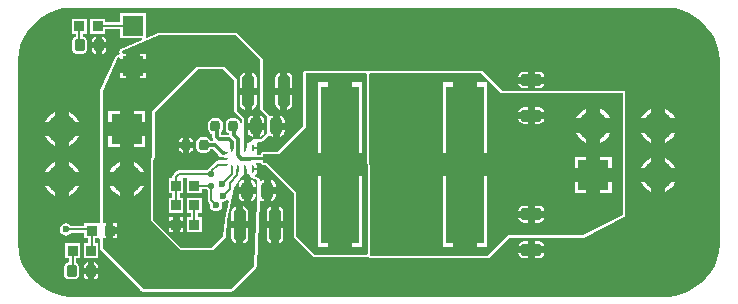
<source format=gtl>
G04*
G04 #@! TF.GenerationSoftware,Altium Limited,Altium Designer,19.1.6 (110)*
G04*
G04 Layer_Physical_Order=1*
G04 Layer_Color=255*
%FSLAX43Y43*%
%MOMM*%
G71*
G01*
G75*
%ADD10C,0.200*%
G04:AMPARAMS|DCode=31|XSize=1.8mm|YSize=1mm|CornerRadius=0.25mm|HoleSize=0mm|Usage=FLASHONLY|Rotation=0.000|XOffset=0mm|YOffset=0mm|HoleType=Round|Shape=RoundedRectangle|*
%AMROUNDEDRECTD31*
21,1,1.800,0.500,0,0,0.0*
21,1,1.300,1.000,0,0,0.0*
1,1,0.500,0.650,-0.250*
1,1,0.500,-0.650,-0.250*
1,1,0.500,-0.650,0.250*
1,1,0.500,0.650,0.250*
%
%ADD31ROUNDEDRECTD31*%
%ADD32R,1.800X1.700*%
G04:AMPARAMS|DCode=33|XSize=2.7mm|YSize=1mm|CornerRadius=0.25mm|HoleSize=0mm|Usage=FLASHONLY|Rotation=90.000|XOffset=0mm|YOffset=0mm|HoleType=Round|Shape=RoundedRectangle|*
%AMROUNDEDRECTD33*
21,1,2.700,0.500,0,0,90.0*
21,1,2.200,1.000,0,0,90.0*
1,1,0.500,0.250,1.100*
1,1,0.500,0.250,-1.100*
1,1,0.500,-0.250,-1.100*
1,1,0.500,-0.250,1.100*
%
%ADD33ROUNDEDRECTD33*%
G04:AMPARAMS|DCode=34|XSize=1.4mm|YSize=1mm|CornerRadius=0.25mm|HoleSize=0mm|Usage=FLASHONLY|Rotation=90.000|XOffset=0mm|YOffset=0mm|HoleType=Round|Shape=RoundedRectangle|*
%AMROUNDEDRECTD34*
21,1,1.400,0.500,0,0,90.0*
21,1,0.900,1.000,0,0,90.0*
1,1,0.500,0.250,0.450*
1,1,0.500,0.250,-0.450*
1,1,0.500,-0.250,-0.450*
1,1,0.500,-0.250,0.450*
%
%ADD34ROUNDEDRECTD34*%
G04:AMPARAMS|DCode=35|XSize=0.25mm|YSize=1.825mm|CornerRadius=0.063mm|HoleSize=0mm|Usage=FLASHONLY|Rotation=270.000|XOffset=0mm|YOffset=0mm|HoleType=Round|Shape=RoundedRectangle|*
%AMROUNDEDRECTD35*
21,1,0.250,1.700,0,0,270.0*
21,1,0.125,1.825,0,0,270.0*
1,1,0.125,-0.850,-0.063*
1,1,0.125,-0.850,0.063*
1,1,0.125,0.850,0.063*
1,1,0.125,0.850,-0.063*
%
%ADD35ROUNDEDRECTD35*%
G04:AMPARAMS|DCode=36|XSize=0.25mm|YSize=0.6mm|CornerRadius=0.063mm|HoleSize=0mm|Usage=FLASHONLY|Rotation=0.000|XOffset=0mm|YOffset=0mm|HoleType=Round|Shape=RoundedRectangle|*
%AMROUNDEDRECTD36*
21,1,0.250,0.475,0,0,0.0*
21,1,0.125,0.600,0,0,0.0*
1,1,0.125,0.063,-0.238*
1,1,0.125,-0.063,-0.238*
1,1,0.125,-0.063,0.238*
1,1,0.125,0.063,0.238*
%
%ADD36ROUNDEDRECTD36*%
G04:AMPARAMS|DCode=37|XSize=0.25mm|YSize=0.6mm|CornerRadius=0.063mm|HoleSize=0mm|Usage=FLASHONLY|Rotation=270.000|XOffset=0mm|YOffset=0mm|HoleType=Round|Shape=RoundedRectangle|*
%AMROUNDEDRECTD37*
21,1,0.250,0.475,0,0,270.0*
21,1,0.125,0.600,0,0,270.0*
1,1,0.125,-0.238,-0.063*
1,1,0.125,-0.238,0.063*
1,1,0.125,0.238,0.063*
1,1,0.125,0.238,-0.063*
%
%ADD37ROUNDEDRECTD37*%
%ADD38R,0.250X0.600*%
G04:AMPARAMS|DCode=39|XSize=0.5mm|YSize=0.5mm|CornerRadius=0.125mm|HoleSize=0mm|Usage=FLASHONLY|Rotation=0.000|XOffset=0mm|YOffset=0mm|HoleType=Round|Shape=RoundedRectangle|*
%AMROUNDEDRECTD39*
21,1,0.500,0.250,0,0,0.0*
21,1,0.250,0.500,0,0,0.0*
1,1,0.250,0.125,-0.125*
1,1,0.250,-0.125,-0.125*
1,1,0.250,-0.125,0.125*
1,1,0.250,0.125,0.125*
%
%ADD39ROUNDEDRECTD39*%
%ADD40R,0.850X0.900*%
G04:AMPARAMS|DCode=41|XSize=0.8mm|YSize=1mm|CornerRadius=0.1mm|HoleSize=0mm|Usage=FLASHONLY|Rotation=0.000|XOffset=0mm|YOffset=0mm|HoleType=Round|Shape=RoundedRectangle|*
%AMROUNDEDRECTD41*
21,1,0.800,0.800,0,0,0.0*
21,1,0.600,1.000,0,0,0.0*
1,1,0.200,0.300,-0.400*
1,1,0.200,-0.300,-0.400*
1,1,0.200,-0.300,0.400*
1,1,0.200,0.300,0.400*
%
%ADD41ROUNDEDRECTD41*%
G04:AMPARAMS|DCode=42|XSize=0.9mm|YSize=0.8mm|CornerRadius=0.2mm|HoleSize=0mm|Usage=FLASHONLY|Rotation=270.000|XOffset=0mm|YOffset=0mm|HoleType=Round|Shape=RoundedRectangle|*
%AMROUNDEDRECTD42*
21,1,0.900,0.400,0,0,270.0*
21,1,0.500,0.800,0,0,270.0*
1,1,0.400,-0.200,-0.250*
1,1,0.400,-0.200,0.250*
1,1,0.400,0.200,0.250*
1,1,0.400,0.200,-0.250*
%
%ADD42ROUNDEDRECTD42*%
%ADD43R,3.180X13.300*%
%ADD44C,0.300*%
%ADD45C,2.500*%
%ADD46R,2.500X2.500*%
%ADD47C,0.600*%
G36*
X55928Y24664D02*
X56529Y24503D01*
X57103Y24265D01*
X57642Y23954D01*
X58135Y23575D01*
X58575Y23135D01*
X58954Y22642D01*
X59265Y22103D01*
X59503Y21529D01*
X59664Y20928D01*
X59745Y20311D01*
Y20000D01*
Y5000D01*
Y4689D01*
X59664Y4072D01*
X59503Y3471D01*
X59265Y2897D01*
X58954Y2358D01*
X58575Y1865D01*
X58135Y1425D01*
X57642Y1046D01*
X57103Y735D01*
X56529Y497D01*
X55928Y336D01*
X55311Y255D01*
X4689D01*
X4072Y336D01*
X3471Y497D01*
X2897Y735D01*
X2358Y1046D01*
X1865Y1425D01*
X1425Y1865D01*
X1046Y2358D01*
X735Y2897D01*
X497Y3471D01*
X336Y4072D01*
X255Y4689D01*
Y5000D01*
Y20000D01*
Y20311D01*
X336Y20928D01*
X497Y21529D01*
X735Y22103D01*
X1046Y22642D01*
X1425Y23135D01*
X1865Y23575D01*
X2358Y23954D01*
X2897Y24265D01*
X3471Y24503D01*
X4072Y24664D01*
X4689Y24745D01*
X55311D01*
X55928Y24664D01*
D02*
G37*
%LPC*%
G36*
X11100Y24250D02*
X8900D01*
Y23506D01*
X7650D01*
Y23800D01*
X6400D01*
Y22500D01*
X7650D01*
Y22894D01*
X8900D01*
Y22150D01*
X10803D01*
X10830Y22023D01*
X8994Y21220D01*
X8989Y21217D01*
X8983Y21215D01*
X8957Y21194D01*
X8929Y21175D01*
X8926Y21169D01*
X8921Y21166D01*
X8904Y21136D01*
X8886Y21108D01*
X8885Y21101D01*
X8882Y21096D01*
X8864Y21040D01*
X8862Y21024D01*
X8856Y21009D01*
X8857Y20985D01*
X8854Y20961D01*
X8859Y20945D01*
X8859Y20929D01*
X8870Y20907D01*
X8876Y20884D01*
X8886Y20872D01*
X8893Y20857D01*
X8834Y20750D01*
X8784Y20720D01*
X8762Y20716D01*
X8740Y20717D01*
X8723Y20710D01*
X8706Y20707D01*
X8687Y20696D01*
X8666Y20688D01*
X8653Y20675D01*
X8638Y20666D01*
X8625Y20648D01*
X8609Y20633D01*
X8602Y20616D01*
X8591Y20601D01*
X7265Y17736D01*
X7264Y17732D01*
X7262Y17728D01*
X7255Y17693D01*
X7246Y17658D01*
X7247Y17654D01*
X7246Y17650D01*
X7246Y11950D01*
Y6575D01*
X7165Y6512D01*
X7150Y6500D01*
X7119Y6500D01*
Y6500D01*
X5900D01*
Y6256D01*
X4747D01*
X4710Y6310D01*
X4545Y6421D01*
X4350Y6460D01*
X4155Y6421D01*
X3990Y6310D01*
X3879Y6145D01*
X3840Y5950D01*
X3879Y5755D01*
X3990Y5590D01*
X4155Y5479D01*
X4350Y5440D01*
X4545Y5479D01*
X4710Y5590D01*
X4747Y5644D01*
X5900D01*
Y5200D01*
X6219D01*
Y4800D01*
X5850D01*
Y3500D01*
X7100D01*
Y4800D01*
X6831D01*
Y5200D01*
X7119D01*
Y5200D01*
X7150Y5200D01*
X7165Y5189D01*
X7246Y5125D01*
Y4350D01*
X7262Y4272D01*
X7306Y4206D01*
X7306Y4206D01*
X10655Y857D01*
X10662Y822D01*
X10706Y756D01*
X10772Y712D01*
X10850Y696D01*
X18350D01*
X18428Y712D01*
X18494Y756D01*
X18494Y756D01*
X20444Y2706D01*
X20464Y2735D01*
X20485Y2764D01*
X20486Y2768D01*
X20488Y2772D01*
X20495Y2807D01*
X20504Y2841D01*
X20753Y8373D01*
X20805Y8416D01*
X20881Y8439D01*
X20974Y8376D01*
X21100Y8351D01*
Y9250D01*
Y10149D01*
X20974Y10124D01*
X20881Y10061D01*
X20754Y10128D01*
Y10150D01*
X20747Y10187D01*
X20740Y10224D01*
X20739Y10226D01*
X20738Y10228D01*
X20718Y10259D01*
X20697Y10291D01*
X20695Y10292D01*
X20694Y10294D01*
X20663Y10315D01*
X20632Y10337D01*
X20630Y10337D01*
X20628Y10338D01*
X20591Y10346D01*
X20554Y10354D01*
X20534Y10354D01*
X20360Y10435D01*
X20364Y10532D01*
X20371Y10570D01*
X20452Y10623D01*
X20510Y10710D01*
X20530Y10812D01*
Y10950D01*
X20200D01*
Y11150D01*
X20530D01*
Y11288D01*
X20510Y11390D01*
X20452Y11477D01*
X20428Y11493D01*
X20466Y11620D01*
X20789D01*
X20817Y11625D01*
X20840Y11559D01*
X20857Y11532D01*
X20871Y11503D01*
X20892Y11476D01*
X20902Y11467D01*
X20910Y11456D01*
X20932Y11441D01*
X20952Y11423D01*
X20965Y11419D01*
X20976Y11412D01*
X21002Y11406D01*
X21027Y11398D01*
X21041Y11399D01*
X21054Y11396D01*
X21266D01*
X23646Y9016D01*
Y5350D01*
X23662Y5272D01*
X23706Y5206D01*
X25256Y3656D01*
X25322Y3612D01*
X25400Y3596D01*
X29769D01*
X29769Y3596D01*
X29769Y3596D01*
X29809Y3604D01*
X29847Y3612D01*
X29847Y3612D01*
X29847Y3612D01*
X29930Y3645D01*
X29934Y3643D01*
X30024Y3587D01*
X30056Y3556D01*
X30122Y3512D01*
X30200Y3496D01*
X40000D01*
X40078Y3512D01*
X40144Y3556D01*
X41834Y5246D01*
X48150D01*
X48159Y5248D01*
X48168Y5247D01*
X48198Y5256D01*
X48228Y5262D01*
X48236Y5267D01*
X48244Y5269D01*
X51594Y7019D01*
X51618Y7039D01*
X51644Y7056D01*
X51649Y7063D01*
X51656Y7069D01*
X51671Y7096D01*
X51688Y7122D01*
X51690Y7131D01*
X51695Y7139D01*
X51698Y7170D01*
X51704Y7200D01*
X51704Y17500D01*
X51688Y17578D01*
X51644Y17644D01*
X51578Y17688D01*
X51500Y17704D01*
X41284D01*
X39644Y19344D01*
X39578Y19388D01*
X39500Y19404D01*
X30177D01*
X30147Y19398D01*
X30116Y19394D01*
X30108Y19390D01*
X30099Y19388D01*
X30073Y19371D01*
X30046Y19356D01*
X29971Y19293D01*
X29949Y19295D01*
X29908Y19334D01*
X29884Y19349D01*
X29861Y19367D01*
X29833Y19381D01*
X29825Y19384D01*
X29818Y19388D01*
X29787Y19395D01*
X29757Y19403D01*
X29749Y19402D01*
X29740Y19404D01*
X24650D01*
X24572Y19388D01*
X24506Y19344D01*
X24462Y19278D01*
X24446Y19200D01*
Y14684D01*
X22266Y12504D01*
X21054D01*
X21041Y12501D01*
X21027Y12502D01*
X21002Y12494D01*
X20976Y12488D01*
X20965Y12481D01*
X20952Y12477D01*
X20932Y12459D01*
X20910Y12444D01*
X20902Y12433D01*
X20892Y12424D01*
X20871Y12397D01*
X20857Y12368D01*
X20841Y12341D01*
X20817Y12275D01*
X20789Y12280D01*
X20623D01*
X20525Y12350D01*
Y12750D01*
X20200D01*
Y12950D01*
X20525D01*
Y13269D01*
X20633Y13396D01*
X20900D01*
X20978Y13412D01*
X21044Y13456D01*
X21459Y13871D01*
X21525Y13902D01*
X21634Y13887D01*
X21724Y13826D01*
X21850Y13801D01*
Y14700D01*
Y15599D01*
X21724Y15574D01*
X21681Y15545D01*
X21657Y15546D01*
X21543Y15605D01*
X21538Y15628D01*
X21494Y15694D01*
X21494Y15694D01*
X21004Y16184D01*
X21004Y20350D01*
X21004Y20350D01*
X20988Y20428D01*
X20944Y20494D01*
X18894Y22544D01*
X18828Y22588D01*
X18750Y22604D01*
X12200Y22604D01*
X12198Y22604D01*
X12196Y22604D01*
X12159Y22596D01*
X12122Y22588D01*
X12120Y22587D01*
X12118Y22587D01*
X11227Y22197D01*
X11100Y22280D01*
Y24250D01*
D02*
G37*
G36*
X7450Y22256D02*
X7415D01*
Y21815D01*
X7756D01*
Y21950D01*
X7733Y22067D01*
X7666Y22166D01*
X7567Y22233D01*
X7450Y22256D01*
D02*
G37*
G36*
X6885D02*
X6850D01*
X6733Y22233D01*
X6634Y22166D01*
X6567Y22067D01*
X6544Y21950D01*
Y21815D01*
X6885D01*
Y22256D01*
D02*
G37*
G36*
X7756Y21285D02*
X7415D01*
Y20844D01*
X7450D01*
X7567Y20867D01*
X7666Y20934D01*
X7733Y21033D01*
X7756Y21150D01*
Y21285D01*
D02*
G37*
G36*
X6885D02*
X6544D01*
Y21150D01*
X6567Y21033D01*
X6634Y20934D01*
X6733Y20867D01*
X6850Y20844D01*
X6885D01*
Y21285D01*
D02*
G37*
G36*
X6100Y23800D02*
X4850D01*
Y22500D01*
X5169D01*
Y22250D01*
X5083Y22233D01*
X4984Y22166D01*
X4917Y22067D01*
X4894Y21950D01*
Y21150D01*
X4917Y21033D01*
X4984Y20934D01*
X5083Y20867D01*
X5200Y20844D01*
X5800D01*
X5917Y20867D01*
X6016Y20934D01*
X6083Y21033D01*
X6106Y21150D01*
Y21950D01*
X6083Y22067D01*
X6016Y22166D01*
X5917Y22233D01*
X5800Y22256D01*
X5781D01*
Y22500D01*
X6100D01*
Y23800D01*
D02*
G37*
G36*
X44400Y19309D02*
X44050D01*
Y18900D01*
X44849D01*
X44824Y19026D01*
X44724Y19174D01*
X44576Y19274D01*
X44400Y19309D01*
D02*
G37*
G36*
X43450D02*
X43100D01*
X42924Y19274D01*
X42776Y19174D01*
X42676Y19026D01*
X42651Y18900D01*
X43450D01*
Y19309D01*
D02*
G37*
G36*
X23100Y19199D02*
Y17950D01*
X23509D01*
Y18750D01*
X23474Y18926D01*
X23374Y19074D01*
X23226Y19174D01*
X23100Y19199D01*
D02*
G37*
G36*
X22500D02*
X22374Y19174D01*
X22226Y19074D01*
X22126Y18926D01*
X22091Y18750D01*
Y17950D01*
X22500D01*
Y19199D01*
D02*
G37*
G36*
X44849Y18300D02*
X44050D01*
Y17891D01*
X44400D01*
X44576Y17926D01*
X44724Y18026D01*
X44824Y18174D01*
X44849Y18300D01*
D02*
G37*
G36*
X43450D02*
X42651D01*
X42676Y18174D01*
X42776Y18026D01*
X42924Y17926D01*
X43100Y17891D01*
X43450D01*
Y18300D01*
D02*
G37*
G36*
X23509Y17350D02*
X23100D01*
Y16101D01*
X23226Y16126D01*
X23374Y16226D01*
X23474Y16374D01*
X23509Y16550D01*
Y17350D01*
D02*
G37*
G36*
X22500D02*
X22091D01*
Y16550D01*
X22126Y16374D01*
X22226Y16226D01*
X22374Y16126D01*
X22500Y16101D01*
Y17350D01*
D02*
G37*
G36*
X55100Y16187D02*
Y15350D01*
X55937D01*
X55795Y15615D01*
X55601Y15851D01*
X55365Y16045D01*
X55100Y16187D01*
D02*
G37*
G36*
X53900Y16187D02*
X53635Y16045D01*
X53399Y15851D01*
X53205Y15615D01*
X53063Y15350D01*
X53900D01*
Y16187D01*
D02*
G37*
G36*
X4600Y15887D02*
Y15050D01*
X5437D01*
X5295Y15315D01*
X5101Y15551D01*
X4865Y15745D01*
X4600Y15887D01*
D02*
G37*
G36*
X3400Y15887D02*
X3135Y15745D01*
X2899Y15551D01*
X2705Y15315D01*
X2563Y15050D01*
X3400D01*
Y15887D01*
D02*
G37*
G36*
X22450Y15599D02*
Y15000D01*
X22859D01*
Y15150D01*
X22824Y15326D01*
X22724Y15474D01*
X22576Y15574D01*
X22450Y15599D01*
D02*
G37*
G36*
X22859Y14400D02*
X22450D01*
Y13801D01*
X22576Y13826D01*
X22724Y13926D01*
X22824Y14074D01*
X22859Y14250D01*
Y14400D01*
D02*
G37*
G36*
X55937Y14150D02*
X55100D01*
Y13313D01*
X55365Y13455D01*
X55601Y13649D01*
X55795Y13885D01*
X55937Y14150D01*
D02*
G37*
G36*
X53900D02*
X53063D01*
X53205Y13885D01*
X53399Y13649D01*
X53635Y13455D01*
X53900Y13313D01*
Y14150D01*
D02*
G37*
G36*
X5437Y13850D02*
X4600D01*
Y13013D01*
X4865Y13155D01*
X5101Y13349D01*
X5295Y13585D01*
X5437Y13850D01*
D02*
G37*
G36*
X3400D02*
X2563D01*
X2705Y13585D01*
X2899Y13349D01*
X3135Y13155D01*
X3400Y13013D01*
Y13850D01*
D02*
G37*
G36*
X55100Y11987D02*
Y11150D01*
X55937D01*
X55795Y11415D01*
X55601Y11651D01*
X55365Y11845D01*
X55100Y11987D01*
D02*
G37*
G36*
X53900Y11987D02*
X53635Y11845D01*
X53399Y11651D01*
X53205Y11415D01*
X53063Y11150D01*
X53900D01*
Y11987D01*
D02*
G37*
G36*
X4600Y11687D02*
Y10850D01*
X5437D01*
X5295Y11115D01*
X5101Y11351D01*
X4865Y11545D01*
X4600Y11687D01*
D02*
G37*
G36*
X3400Y11687D02*
X3135Y11545D01*
X2899Y11351D01*
X2705Y11115D01*
X2563Y10850D01*
X3400D01*
Y11687D01*
D02*
G37*
G36*
X21700Y10149D02*
Y9550D01*
X22109D01*
Y9700D01*
X22074Y9876D01*
X21974Y10024D01*
X21826Y10124D01*
X21700Y10149D01*
D02*
G37*
G36*
X55937Y9950D02*
X55100D01*
Y9113D01*
X55365Y9255D01*
X55601Y9449D01*
X55795Y9685D01*
X55937Y9950D01*
D02*
G37*
G36*
X53900D02*
X53063D01*
X53205Y9685D01*
X53399Y9449D01*
X53635Y9255D01*
X53900Y9113D01*
Y9950D01*
D02*
G37*
G36*
X5437Y9650D02*
X4600D01*
Y8813D01*
X4865Y8955D01*
X5101Y9149D01*
X5295Y9385D01*
X5437Y9650D01*
D02*
G37*
G36*
X3400D02*
X2563D01*
X2705Y9385D01*
X2899Y9149D01*
X3135Y8955D01*
X3400Y8813D01*
Y9650D01*
D02*
G37*
G36*
X22109Y8950D02*
X21700D01*
Y8351D01*
X21826Y8376D01*
X21974Y8476D01*
X22074Y8624D01*
X22109Y8800D01*
Y8950D01*
D02*
G37*
G36*
X22350Y7899D02*
Y6650D01*
X22759D01*
Y7450D01*
X22724Y7626D01*
X22624Y7774D01*
X22476Y7874D01*
X22350Y7899D01*
D02*
G37*
G36*
X21750D02*
X21624Y7874D01*
X21476Y7774D01*
X21376Y7626D01*
X21341Y7450D01*
Y6650D01*
X21750D01*
Y7899D01*
D02*
G37*
G36*
X22759Y6050D02*
X22350D01*
Y4801D01*
X22476Y4826D01*
X22624Y4926D01*
X22724Y5074D01*
X22759Y5250D01*
Y6050D01*
D02*
G37*
G36*
X21750D02*
X21341D01*
Y5250D01*
X21376Y5074D01*
X21476Y4926D01*
X21624Y4826D01*
X21750Y4801D01*
Y6050D01*
D02*
G37*
G36*
X44400Y4959D02*
X44050D01*
Y4550D01*
X44849D01*
X44824Y4676D01*
X44724Y4824D01*
X44576Y4924D01*
X44400Y4959D01*
D02*
G37*
G36*
X43450D02*
X43100D01*
X42924Y4924D01*
X42776Y4824D01*
X42676Y4676D01*
X42651Y4550D01*
X43450D01*
Y4959D01*
D02*
G37*
G36*
X44849Y3950D02*
X44050D01*
Y3541D01*
X44400D01*
X44576Y3576D01*
X44724Y3676D01*
X44824Y3824D01*
X44849Y3950D01*
D02*
G37*
G36*
X43450D02*
X42651D01*
X42676Y3824D01*
X42776Y3676D01*
X42924Y3576D01*
X43100Y3541D01*
X43450D01*
Y3950D01*
D02*
G37*
G36*
X6775Y3156D02*
X6740D01*
Y2715D01*
X7081D01*
Y2850D01*
X7058Y2967D01*
X6991Y3066D01*
X6892Y3133D01*
X6775Y3156D01*
D02*
G37*
G36*
X6210D02*
X6175D01*
X6058Y3133D01*
X5959Y3066D01*
X5892Y2967D01*
X5869Y2850D01*
Y2715D01*
X6210D01*
Y3156D01*
D02*
G37*
G36*
X7081Y2185D02*
X6740D01*
Y1744D01*
X6775D01*
X6892Y1767D01*
X6991Y1834D01*
X7058Y1933D01*
X7081Y2050D01*
Y2185D01*
D02*
G37*
G36*
X6210D02*
X5869D01*
Y2050D01*
X5892Y1933D01*
X5959Y1834D01*
X6058Y1767D01*
X6175Y1744D01*
X6210D01*
Y2185D01*
D02*
G37*
G36*
X5550Y4800D02*
X4300D01*
Y3500D01*
X4619D01*
Y3156D01*
X4525D01*
X4408Y3133D01*
X4309Y3066D01*
X4242Y2967D01*
X4219Y2850D01*
Y2050D01*
X4242Y1933D01*
X4309Y1834D01*
X4408Y1767D01*
X4525Y1744D01*
X5125D01*
X5242Y1767D01*
X5341Y1834D01*
X5408Y1933D01*
X5431Y2050D01*
Y2850D01*
X5408Y2967D01*
X5341Y3066D01*
X5242Y3133D01*
X5231Y3135D01*
Y3500D01*
X5550D01*
Y4800D01*
D02*
G37*
%LPD*%
G36*
X18750Y22400D02*
X20800Y20350D01*
X20800Y16100D01*
X21350Y15550D01*
X21350Y14050D01*
X20900Y13600D01*
X20200Y13600D01*
X19987Y13387D01*
X19875Y13350D01*
X19748Y13313D01*
X19715Y13335D01*
X19650Y13348D01*
Y12850D01*
X19450D01*
Y13406D01*
X19397Y13443D01*
X19450Y15350D01*
X18800Y16000D01*
Y18700D01*
X17750Y19750D01*
X15450D01*
X11650Y15950D01*
Y12050D01*
X11550Y11950D01*
Y6700D01*
X14050Y4200D01*
X16800Y4200D01*
X17400Y4800D01*
X17875Y5275D01*
X18012Y6762D01*
X18550Y9450D01*
X19250Y10500D01*
Y10503D01*
X19377Y10571D01*
X19385Y10565D01*
X19450Y10552D01*
Y11050D01*
X19650D01*
Y10552D01*
X19715Y10565D01*
X19797Y10620D01*
X19802Y10623D01*
X19932Y10590D01*
X19950Y10400D01*
X20487Y10151D01*
X20550Y10150D01*
Y8400D01*
X20300Y2850D01*
X18350Y900D01*
X10850D01*
Y950D01*
X7450Y4350D01*
Y5200D01*
X7775D01*
Y5850D01*
Y6500D01*
X7450D01*
Y11950D01*
X7450Y17650D01*
X8776Y20516D01*
X8900Y20489D01*
Y20400D01*
X9400D01*
Y20850D01*
X9150D01*
X9058Y20977D01*
X9076Y21033D01*
X12200Y22400D01*
X18750Y22400D01*
D02*
G37*
G36*
X18596Y18616D02*
Y16000D01*
X18612Y15922D01*
X18656Y15856D01*
X18656Y15856D01*
X19244Y15268D01*
X19235Y14948D01*
X19108Y14950D01*
Y14950D01*
X19077Y15106D01*
X18988Y15238D01*
X18856Y15327D01*
X18700Y15358D01*
X18300D01*
X18144Y15327D01*
X18012Y15238D01*
X17923Y15106D01*
X17892Y14950D01*
Y14450D01*
X17923Y14294D01*
X18012Y14162D01*
X18128Y14084D01*
X18128Y14022D01*
X18107Y13957D01*
X17457D01*
Y14140D01*
X17488Y14161D01*
X17577Y14294D01*
X17608Y14450D01*
Y14950D01*
X17577Y15106D01*
X17488Y15238D01*
X17356Y15327D01*
X17200Y15358D01*
X16800D01*
X16644Y15327D01*
X16512Y15238D01*
X16423Y15106D01*
X16392Y14950D01*
Y14450D01*
X16423Y14294D01*
X16512Y14161D01*
X16644Y14073D01*
X16743Y14053D01*
Y13800D01*
X16770Y13663D01*
X16823Y13584D01*
X16772Y13457D01*
X16587D01*
X16577Y13506D01*
X16488Y13638D01*
X16356Y13727D01*
X16200Y13758D01*
X15800D01*
X15644Y13727D01*
X15512Y13638D01*
X15423Y13506D01*
X15392Y13350D01*
Y12850D01*
X15423Y12694D01*
X15512Y12562D01*
X15644Y12473D01*
X15800Y12442D01*
X16200D01*
X16356Y12473D01*
X16488Y12562D01*
X16577Y12694D01*
X16587Y12743D01*
X16827D01*
X17260Y12310D01*
X17265Y12285D01*
X17322Y12200D01*
X17265Y12115D01*
X17252Y12050D01*
X17750D01*
Y11850D01*
X17234D01*
X17203Y11764D01*
X17153Y11747D01*
X17083Y11733D01*
X16984Y11666D01*
X16434Y11116D01*
X16412Y11084D01*
X16398Y11081D01*
X16291Y11009D01*
X16255Y10956D01*
X13900D01*
X13900Y10956D01*
X13783Y10933D01*
X13684Y10866D01*
X13459Y10641D01*
X13392Y10542D01*
X13369Y10425D01*
X13369Y10425D01*
Y10300D01*
X13050D01*
Y9000D01*
X13369D01*
Y8650D01*
X13050D01*
Y7350D01*
X14300D01*
Y8650D01*
X13981D01*
Y9000D01*
X14300D01*
Y10300D01*
X14409Y10344D01*
X14491D01*
X14600Y10300D01*
Y9000D01*
X15850D01*
Y9344D01*
X16255D01*
X16291Y9291D01*
X16344Y9255D01*
Y8449D01*
X16344Y8449D01*
X16367Y8331D01*
X16434Y8232D01*
X16561Y8105D01*
X16540Y8000D01*
X16579Y7805D01*
X16690Y7640D01*
X16855Y7529D01*
X17050Y7490D01*
X17245Y7529D01*
X17410Y7640D01*
X17521Y7805D01*
X17560Y8000D01*
X17521Y8195D01*
X17604Y8299D01*
X17650Y8290D01*
X17845Y8329D01*
X18010Y8439D01*
X18011Y8439D01*
X18130Y8390D01*
X17813Y6802D01*
X17813Y6792D01*
X17809Y6781D01*
X17679Y5367D01*
X17256Y4944D01*
X16716Y4404D01*
X14134Y4404D01*
X11754Y6784D01*
Y11866D01*
X11794Y11906D01*
X11838Y11972D01*
X11854Y12050D01*
Y15866D01*
X15534Y19546D01*
X17666D01*
X18596Y18616D01*
D02*
G37*
G36*
X29768Y19186D02*
X29809Y19147D01*
X29847Y19093D01*
X29896Y3927D01*
X29769Y3800D01*
X25400D01*
X23850Y5350D01*
Y9100D01*
X21350Y11600D01*
X21054D01*
X21033Y11627D01*
X20997Y11727D01*
X21036Y11785D01*
X21049Y11850D01*
X19939D01*
Y12050D01*
X21049D01*
X21036Y12115D01*
X20997Y12173D01*
X21033Y12273D01*
X21054Y12300D01*
X22350D01*
X24650Y14600D01*
Y19200D01*
X29740D01*
X29768Y19186D01*
D02*
G37*
G36*
X41200Y17500D02*
X51500D01*
X51500Y7200D01*
X48150Y5450D01*
X41750D01*
X40000Y3700D01*
X30200D01*
X30100Y3800D01*
X30051Y19094D01*
X30177Y19200D01*
X39500D01*
X41200Y17500D01*
D02*
G37*
%LPC*%
G36*
X11100Y20850D02*
X10600D01*
Y20400D01*
X11100D01*
Y20850D01*
D02*
G37*
G36*
Y19200D02*
X10600D01*
Y18750D01*
X11100D01*
Y19200D01*
D02*
G37*
G36*
X9400D02*
X8900D01*
Y18750D01*
X9400D01*
Y19200D01*
D02*
G37*
G36*
X20100Y19199D02*
Y17950D01*
X20509D01*
Y18750D01*
X20474Y18926D01*
X20374Y19074D01*
X20226Y19174D01*
X20100Y19199D01*
D02*
G37*
G36*
X19500D02*
X19374Y19174D01*
X19226Y19074D01*
X19126Y18926D01*
X19091Y18750D01*
Y17950D01*
X19500D01*
Y19199D01*
D02*
G37*
G36*
X20509Y17350D02*
X20100D01*
Y16101D01*
X20226Y16126D01*
X20374Y16226D01*
X20474Y16374D01*
X20509Y16550D01*
Y17350D01*
D02*
G37*
G36*
X19500D02*
X19091D01*
Y16550D01*
X19126Y16374D01*
X19226Y16226D01*
X19374Y16126D01*
X19500Y16101D01*
Y17350D01*
D02*
G37*
G36*
X11050Y16000D02*
X10100D01*
Y15050D01*
X11050D01*
Y16000D01*
D02*
G37*
G36*
X8900D02*
X7950D01*
Y15050D01*
X8900D01*
Y16000D01*
D02*
G37*
G36*
X20750Y15599D02*
Y15000D01*
X21159D01*
Y15150D01*
X21124Y15326D01*
X21024Y15474D01*
X20876Y15574D01*
X20750Y15599D01*
D02*
G37*
G36*
X20150Y15599D02*
X20024Y15574D01*
X19876Y15474D01*
X19776Y15326D01*
X19741Y15150D01*
Y15000D01*
X20150D01*
Y15599D01*
D02*
G37*
G36*
Y14400D02*
X19741D01*
Y14250D01*
X19776Y14074D01*
X19876Y13926D01*
X20024Y13826D01*
X20150Y13801D01*
Y14400D01*
D02*
G37*
G36*
X21159D02*
X20750D01*
Y13801D01*
X20876Y13826D01*
X21024Y13926D01*
X21124Y14074D01*
X21159Y14250D01*
Y14400D01*
D02*
G37*
G36*
X11050Y13850D02*
X10100D01*
Y12900D01*
X11050D01*
Y13850D01*
D02*
G37*
G36*
X8900D02*
X7950D01*
Y12900D01*
X8900D01*
Y13850D01*
D02*
G37*
G36*
X10100Y11687D02*
Y10850D01*
X10937D01*
X10795Y11115D01*
X10601Y11351D01*
X10365Y11545D01*
X10100Y11687D01*
D02*
G37*
G36*
X8900Y11687D02*
X8635Y11545D01*
X8399Y11351D01*
X8205Y11115D01*
X8063Y10850D01*
X8900D01*
Y11687D01*
D02*
G37*
G36*
X20000Y10149D02*
Y9550D01*
X20409D01*
Y9700D01*
X20374Y9876D01*
X20274Y10024D01*
X20126Y10124D01*
X20000Y10149D01*
D02*
G37*
G36*
X19400Y10149D02*
X19274Y10124D01*
X19126Y10024D01*
X19026Y9876D01*
X18991Y9700D01*
Y9550D01*
X19400D01*
Y10149D01*
D02*
G37*
G36*
X8900Y9650D02*
X8063D01*
X8205Y9385D01*
X8399Y9149D01*
X8635Y8955D01*
X8900Y8813D01*
Y9650D01*
D02*
G37*
G36*
X10937D02*
X10100D01*
Y8813D01*
X10365Y8955D01*
X10601Y9149D01*
X10795Y9385D01*
X10937Y9650D01*
D02*
G37*
G36*
X20409Y8950D02*
X20000D01*
Y8351D01*
X20126Y8376D01*
X20274Y8476D01*
X20374Y8624D01*
X20409Y8800D01*
Y8950D01*
D02*
G37*
G36*
X19400D02*
X18991D01*
Y8800D01*
X19026Y8624D01*
X19126Y8476D01*
X19274Y8376D01*
X19400Y8351D01*
Y8950D01*
D02*
G37*
G36*
X19350Y7899D02*
Y6650D01*
X19759D01*
Y7450D01*
X19724Y7626D01*
X19624Y7774D01*
X19476Y7874D01*
X19350Y7899D01*
D02*
G37*
G36*
X18750Y7899D02*
X18624Y7874D01*
X18476Y7774D01*
X18376Y7626D01*
X18341Y7450D01*
Y6650D01*
X18750D01*
Y7899D01*
D02*
G37*
G36*
X8700Y6500D02*
X8375D01*
Y6150D01*
X8700D01*
Y6500D01*
D02*
G37*
G36*
Y5550D02*
X8375D01*
Y5200D01*
X8700D01*
Y5550D01*
D02*
G37*
G36*
X19759Y6050D02*
X19350D01*
Y4801D01*
X19476Y4826D01*
X19624Y4926D01*
X19724Y5074D01*
X19759Y5250D01*
Y6050D01*
D02*
G37*
G36*
X18750D02*
X18341D01*
Y5250D01*
X18376Y5074D01*
X18476Y4926D01*
X18624Y4826D01*
X18750Y4801D01*
Y6050D01*
D02*
G37*
G36*
X14765Y13745D02*
Y13365D01*
X15105D01*
X15077Y13506D01*
X14988Y13638D01*
X14856Y13727D01*
X14765Y13745D01*
D02*
G37*
G36*
X14235D02*
X14144Y13727D01*
X14012Y13638D01*
X13923Y13506D01*
X13895Y13365D01*
X14235D01*
Y13745D01*
D02*
G37*
G36*
Y12835D02*
X13895D01*
X13923Y12694D01*
X14012Y12561D01*
X14144Y12473D01*
X14235Y12455D01*
Y12835D01*
D02*
G37*
G36*
X15105D02*
X14765D01*
Y12455D01*
X14856Y12473D01*
X14988Y12561D01*
X15077Y12694D01*
X15105Y12835D01*
D02*
G37*
G36*
X14300Y7000D02*
X13975D01*
Y6650D01*
X14300D01*
Y7000D01*
D02*
G37*
G36*
X13375D02*
X13050D01*
Y6650D01*
X13375D01*
Y7000D01*
D02*
G37*
G36*
X15850Y8650D02*
X14600D01*
Y7350D01*
X14919D01*
Y7000D01*
X14600D01*
Y5700D01*
X15850D01*
Y7000D01*
X15531D01*
Y7350D01*
X15850D01*
Y8650D01*
D02*
G37*
G36*
X14300Y6050D02*
X13975D01*
Y5700D01*
X14300D01*
Y6050D01*
D02*
G37*
G36*
X13375D02*
X13050D01*
Y5700D01*
X13375D01*
Y6050D01*
D02*
G37*
G36*
X29440Y18400D02*
X28550D01*
Y12450D01*
X29440D01*
Y18400D01*
D02*
G37*
G36*
X26550D02*
X25660D01*
Y12450D01*
X26550D01*
Y18400D01*
D02*
G37*
G36*
X29440Y10450D02*
X28550D01*
Y4500D01*
X29440D01*
Y10450D01*
D02*
G37*
G36*
X26550D02*
X25660D01*
Y4500D01*
X26550D01*
Y10450D01*
D02*
G37*
G36*
X44400Y16309D02*
X44050D01*
Y15900D01*
X44849D01*
X44824Y16026D01*
X44724Y16174D01*
X44576Y16274D01*
X44400Y16309D01*
D02*
G37*
G36*
X43450D02*
X43100D01*
X42924Y16274D01*
X42776Y16174D01*
X42676Y16026D01*
X42651Y15900D01*
X43450D01*
Y16309D01*
D02*
G37*
G36*
X49600Y16187D02*
Y15350D01*
X50437D01*
X50295Y15615D01*
X50101Y15851D01*
X49865Y16045D01*
X49600Y16187D01*
D02*
G37*
G36*
X48400Y16187D02*
X48135Y16045D01*
X47899Y15851D01*
X47705Y15615D01*
X47563Y15350D01*
X48400D01*
Y16187D01*
D02*
G37*
G36*
X44849Y15300D02*
X44050D01*
Y14891D01*
X44400D01*
X44576Y14926D01*
X44724Y15026D01*
X44824Y15174D01*
X44849Y15300D01*
D02*
G37*
G36*
X43450D02*
X42651D01*
X42676Y15174D01*
X42776Y15026D01*
X42924Y14926D01*
X43100Y14891D01*
X43450D01*
Y15300D01*
D02*
G37*
G36*
X48400Y14150D02*
X47563D01*
X47705Y13885D01*
X47899Y13649D01*
X48135Y13455D01*
X48400Y13313D01*
Y14150D01*
D02*
G37*
G36*
X50437D02*
X49600D01*
Y13313D01*
X49865Y13455D01*
X50101Y13649D01*
X50295Y13885D01*
X50437Y14150D01*
D02*
G37*
G36*
X40040Y18400D02*
X39150D01*
Y12450D01*
X40040D01*
Y18400D01*
D02*
G37*
G36*
X37150D02*
X36260D01*
Y12450D01*
X37150D01*
Y18400D01*
D02*
G37*
G36*
X50550Y12100D02*
X49600D01*
Y11150D01*
X50550D01*
Y12100D01*
D02*
G37*
G36*
X48400D02*
X47450D01*
Y11150D01*
X48400D01*
Y12100D01*
D02*
G37*
G36*
X50550Y9950D02*
X49600D01*
Y9000D01*
X50550D01*
Y9950D01*
D02*
G37*
G36*
X48400D02*
X47450D01*
Y9000D01*
X48400D01*
Y9950D01*
D02*
G37*
G36*
X44400Y7959D02*
X44050D01*
Y7550D01*
X44849D01*
X44824Y7676D01*
X44724Y7824D01*
X44576Y7924D01*
X44400Y7959D01*
D02*
G37*
G36*
X43450D02*
X43100D01*
X42924Y7924D01*
X42776Y7824D01*
X42676Y7676D01*
X42651Y7550D01*
X43450D01*
Y7959D01*
D02*
G37*
G36*
X44849Y6950D02*
X44050D01*
Y6541D01*
X44400D01*
X44576Y6576D01*
X44724Y6676D01*
X44824Y6824D01*
X44849Y6950D01*
D02*
G37*
G36*
X43450D02*
X42651D01*
X42676Y6824D01*
X42776Y6676D01*
X42924Y6576D01*
X43100Y6541D01*
X43450D01*
Y6950D01*
D02*
G37*
G36*
X40040Y10450D02*
X39150D01*
Y4500D01*
X40040D01*
Y10450D01*
D02*
G37*
G36*
X37150D02*
X36260D01*
Y4500D01*
X37150D01*
Y10450D01*
D02*
G37*
%LPD*%
D10*
X17650Y8800D02*
X18200Y9350D01*
X6425Y5950D02*
X6525Y5850D01*
X4350Y5950D02*
X6425D01*
X17550Y9800D02*
X18375Y10625D01*
X18200Y9350D02*
Y9884D01*
X18875Y10559D01*
Y11025D01*
X18900Y11050D01*
X18375Y10625D02*
Y11025D01*
X18400Y11050D01*
X15225Y6350D02*
Y8000D01*
X13675D02*
Y9650D01*
X16650Y10900D02*
X17200Y11450D01*
X16650Y10650D02*
Y10900D01*
X17200Y11450D02*
X17750D01*
X17750Y11450D01*
X13900Y10650D02*
X16650D01*
X13675Y10425D02*
X13900Y10650D01*
X13675Y9650D02*
Y10425D01*
X15225Y9650D02*
X16650D01*
X15225Y9650D02*
X15225Y9650D01*
X17050Y8000D02*
Y8049D01*
X16650Y8449D02*
X17050Y8049D01*
X16650Y8449D02*
Y9650D01*
X4825Y2450D02*
X4925Y2550D01*
Y4150D01*
X6475D02*
X6525Y4200D01*
Y5850D01*
X5475Y21575D02*
X5500Y21550D01*
X5475Y21575D02*
Y23150D01*
X7025D02*
X7075Y23200D01*
X10000D01*
D31*
X43750Y7250D02*
D03*
Y4250D02*
D03*
Y15600D02*
D03*
Y18600D02*
D03*
D32*
X10000Y19800D02*
D03*
Y23200D02*
D03*
D33*
X22800Y17650D02*
D03*
X19800D02*
D03*
X19050Y6350D02*
D03*
X22050D02*
D03*
D34*
X20450Y14700D02*
D03*
X22150D02*
D03*
X19700Y9250D02*
D03*
X21400D02*
D03*
D35*
X19939Y11950D02*
D03*
D36*
X20200Y11050D02*
D03*
X19550Y11050D02*
D03*
X18900D02*
D03*
X18400D02*
D03*
Y12850D02*
D03*
X18900D02*
D03*
X19550D02*
D03*
D37*
X17750Y11450D02*
D03*
Y11950D02*
D03*
Y12450D02*
D03*
D38*
X20200Y12850D02*
D03*
D39*
X16650Y9650D02*
D03*
Y10650D02*
D03*
D40*
X13675Y6350D02*
D03*
X15225D02*
D03*
Y8000D02*
D03*
X13675D02*
D03*
Y9650D02*
D03*
X15225D02*
D03*
X6525Y5850D02*
D03*
X8075D02*
D03*
X4925Y4150D02*
D03*
X6475D02*
D03*
X7025Y23150D02*
D03*
X5475D02*
D03*
D41*
X4825Y2450D02*
D03*
X6475D02*
D03*
X7150Y21550D02*
D03*
X5500D02*
D03*
D42*
X18500Y14700D02*
D03*
X17000Y14700D02*
D03*
X16000Y13100D02*
D03*
X14500Y13100D02*
D03*
D43*
X38150Y11450D02*
D03*
X27550D02*
D03*
D44*
X16000Y13100D02*
X16975D01*
X17625Y12450D01*
X17750D01*
X18900Y12252D02*
Y12850D01*
Y12252D02*
X19201Y11950D01*
X19939D01*
X18571Y13929D02*
Y14629D01*
X18500Y14700D02*
X18571Y14629D01*
Y13929D02*
X18900Y13600D01*
Y12850D02*
Y13600D01*
X18375Y12850D02*
Y13375D01*
X17100Y13800D02*
Y14600D01*
X17000Y14700D02*
X17100Y14600D01*
Y13800D02*
X17300Y13600D01*
X18150D01*
X18375Y13375D01*
D45*
X4000Y14450D02*
D03*
Y10250D02*
D03*
X9500D02*
D03*
X49000Y14750D02*
D03*
X54500D02*
D03*
Y10550D02*
D03*
D46*
X9500Y14450D02*
D03*
X49000Y10550D02*
D03*
D47*
X54000Y22000D02*
D03*
X16950Y15950D02*
D03*
X15900D02*
D03*
X14700Y16025D02*
D03*
X15250Y18300D02*
D03*
X16675Y18325D02*
D03*
X17250Y7025D02*
D03*
X17275Y6050D02*
D03*
X16600Y6525D02*
D03*
X16575Y5450D02*
D03*
X15625Y4975D02*
D03*
X14800Y5000D02*
D03*
X13550Y14625D02*
D03*
X17975Y16800D02*
D03*
X13775Y15300D02*
D03*
X14375Y11325D02*
D03*
Y12000D02*
D03*
X16250Y11375D02*
D03*
Y12000D02*
D03*
X15625Y11300D02*
D03*
Y12000D02*
D03*
X15000Y11325D02*
D03*
X58000Y22000D02*
D03*
X59000Y20000D02*
D03*
X58000Y18000D02*
D03*
X59000Y16000D02*
D03*
X58000Y14000D02*
D03*
X59000Y12000D02*
D03*
X58000Y10000D02*
D03*
X59000Y8000D02*
D03*
X58000Y6000D02*
D03*
X59000Y4000D02*
D03*
X58000Y2000D02*
D03*
X56000Y22000D02*
D03*
X57000Y20000D02*
D03*
X56000Y18000D02*
D03*
X57000Y16000D02*
D03*
Y12000D02*
D03*
Y8000D02*
D03*
X56000Y6000D02*
D03*
X57000Y4000D02*
D03*
X56000Y2000D02*
D03*
X55000Y20000D02*
D03*
X54000Y18000D02*
D03*
X55000Y8000D02*
D03*
X54000Y6000D02*
D03*
X55000Y4000D02*
D03*
X54000Y2000D02*
D03*
X52000Y22000D02*
D03*
X53000Y20000D02*
D03*
X52000Y18000D02*
D03*
X53000Y16000D02*
D03*
Y12000D02*
D03*
Y8000D02*
D03*
X52000Y6000D02*
D03*
X53000Y4000D02*
D03*
X52000Y2000D02*
D03*
X50000Y22000D02*
D03*
X51000Y20000D02*
D03*
Y4000D02*
D03*
X50000Y2000D02*
D03*
X48000Y22000D02*
D03*
X49000Y20000D02*
D03*
Y4000D02*
D03*
X48000Y2000D02*
D03*
X46000Y22000D02*
D03*
X47000Y20000D02*
D03*
Y4000D02*
D03*
X46000Y2000D02*
D03*
X44000Y22000D02*
D03*
X45000Y20000D02*
D03*
X44000Y2000D02*
D03*
X42000Y22000D02*
D03*
X43000Y20000D02*
D03*
X42000Y2000D02*
D03*
X40000Y22000D02*
D03*
X41000Y20000D02*
D03*
X40000Y2000D02*
D03*
X38000Y22000D02*
D03*
X39000Y20000D02*
D03*
X38000Y2000D02*
D03*
X36000Y22000D02*
D03*
X37000Y20000D02*
D03*
X36000Y2000D02*
D03*
X34000Y22000D02*
D03*
X35000Y20000D02*
D03*
X34000Y2000D02*
D03*
X32000Y22000D02*
D03*
X33000Y20000D02*
D03*
X32000Y2000D02*
D03*
X30000Y22000D02*
D03*
X31000Y20000D02*
D03*
X30000Y2000D02*
D03*
X28000Y22000D02*
D03*
X29000Y20000D02*
D03*
X28000Y2000D02*
D03*
X26000Y22000D02*
D03*
X27000Y20000D02*
D03*
X26000Y2000D02*
D03*
X24000Y22000D02*
D03*
X25000Y20000D02*
D03*
X24000Y18000D02*
D03*
Y2000D02*
D03*
X22000Y22000D02*
D03*
X23000Y20000D02*
D03*
Y4000D02*
D03*
X22000Y2000D02*
D03*
X20000Y22000D02*
D03*
X21000Y4000D02*
D03*
X18000Y18000D02*
D03*
X15000Y12000D02*
D03*
X8000Y2000D02*
D03*
X7000Y20000D02*
D03*
X6000Y18000D02*
D03*
Y14000D02*
D03*
Y10000D02*
D03*
X4000Y22000D02*
D03*
X5000Y20000D02*
D03*
X4000Y18000D02*
D03*
X5000Y12000D02*
D03*
Y8000D02*
D03*
X2000Y22000D02*
D03*
X3000Y20000D02*
D03*
X2000Y18000D02*
D03*
Y14000D02*
D03*
X3000Y12000D02*
D03*
X2000Y10000D02*
D03*
X3000Y8000D02*
D03*
X2000Y6000D02*
D03*
X3000Y4000D02*
D03*
X2000Y2000D02*
D03*
X11225Y12100D02*
D03*
X14400Y3850D02*
D03*
X17650Y8800D02*
D03*
X4350Y5950D02*
D03*
X17550Y9800D02*
D03*
X17050Y8000D02*
D03*
X46350Y6100D02*
D03*
M02*

</source>
